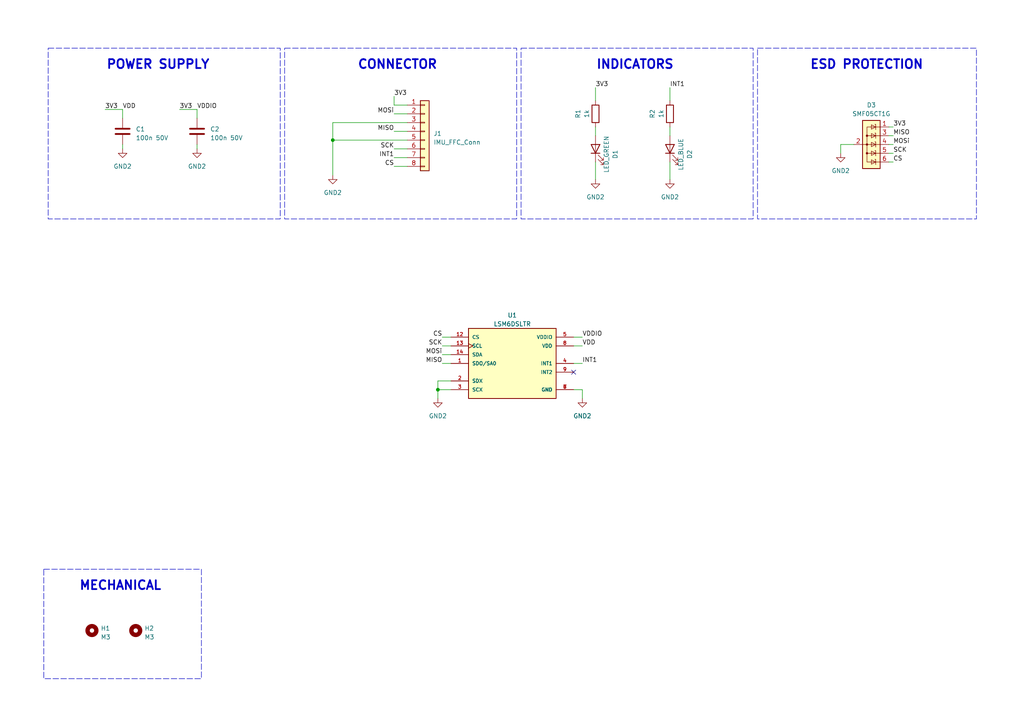
<source format=kicad_sch>
(kicad_sch (version 20230121) (generator eeschema)
  (paper "A4")
  (lib_symbols
    (symbol "Connector_Generic:Conn_01x08" (pin_names (offset 1.016) hide)
      (property "Reference" "J" (at 0 10.16 0))
      (property "Value" "Conn_01x08" (at 0 -12.7 0))
      (symbol "Conn_01x08_1_1"
        (rectangle (start -1.27 -10.033) (end 0 -10.287) (stroke (width 0.1524)))
        (rectangle (start -1.27 -7.493) (end 0 -7.747) (stroke (width 0.1524)))
        (rectangle (start -1.27 -4.953) (end 0 -5.207) (stroke (width 0.1524)))
        (rectangle (start -1.27 -2.413) (end 0 -2.667) (stroke (width 0.1524)))
        (rectangle (start -1.27 0.127) (end 0 -0.127) (stroke (width 0.1524)))
        (rectangle (start -1.27 2.667) (end 0 2.413) (stroke (width 0.1524)))
        (rectangle (start -1.27 5.207) (end 0 4.953) (stroke (width 0.1524)))
        (rectangle (start -1.27 7.747) (end 0 7.493) (stroke (width 0.1524)))
        (rectangle (start -1.27 8.89) (end 1.27 -11.43) (stroke (width 0.254)) (fill (type background)))
        (pin passive line (at -5.08 7.62 0) (length 3.81) (name "Pin_1") (number "1"))
        (pin passive line (at -5.08 5.08 0) (length 3.81) (name "Pin_2") (number "2"))
        (pin passive line (at -5.08 2.54 0) (length 3.81) (name "Pin_3") (number "3"))
        (pin passive line (at -5.08 0 0) (length 3.81) (name "Pin_4") (number "4"))
        (pin passive line (at -5.08 -2.54 0) (length 3.81) (name "Pin_5") (number "5"))
        (pin passive line (at -5.08 -5.08 0) (length 3.81) (name "Pin_6") (number "6"))
        (pin passive line (at -5.08 -7.62 0) (length 3.81) (name "Pin_7") (number "7"))
        (pin passive line (at -5.08 -10.16 0) (length 3.81) (name "Pin_8") (number "8"))
      )
    )
    (symbol "Device:C" (pin_numbers hide) (pin_names (offset 0.254))
      (property "Reference" "C" (at 0.635 2.54 0))
      (property "Value" "C" (at 0.635 -2.54 0))
      (symbol "C_0_1"
        (polyline (pts (xy -2.032 -0.762) (xy 2.032 -0.762)) (stroke (width 0.508)))
        (polyline (pts (xy -2.032 0.762) (xy 2.032 0.762)) (stroke (width 0.508)))
      )
      (symbol "C_1_1"
        (pin passive line (at 0 3.81 270) (length 2.794) (name "~") (number "1"))
        (pin passive line (at 0 -3.81 90) (length 2.794) (name "~") (number "2"))
      )
    )
    (symbol "Device:LED" (pin_numbers hide) (pin_names (offset 1.016) hide)
      (property "Reference" "D" (at 0 2.54 0))
      (property "Value" "LED" (at 0 -2.54 0))
      (symbol "LED_0_1"
        (polyline (pts (xy -1.27 -1.27) (xy -1.27 1.27)) (stroke (width 0.254)))
        (polyline (pts (xy -1.27 0) (xy 1.27 0)))
        (polyline (pts (xy 1.27 -1.27) (xy 1.27 1.27) (xy -1.27 0) (xy 1.27 -1.27)) (stroke (width 0.254)))
        (polyline (pts (xy -3.048 -0.762) (xy -4.572 -2.286) (xy -3.81 -2.286) (xy -4.572 -2.286) (xy -4.572 -1.524)))
        (polyline (pts (xy -1.778 -0.762) (xy -3.302 -2.286) (xy -2.54 -2.286) (xy -3.302 -2.286) (xy -3.302 -1.524)))
      )
      (symbol "LED_1_1"
        (pin passive line (at -3.81 0 0) (length 2.54) (name "K") (number "1"))
        (pin passive line (at 3.81 0 180) (length 2.54) (name "A") (number "2"))
      )
    )
    (symbol "Device:R" (pin_numbers hide) (pin_names (offset 0))
      (property "Reference" "R" (at 2.032 0 90))
      (property "Value" "R" (at 0 0 90))
      (symbol "R_0_1"
        (rectangle (start -1.016 -2.54) (end 1.016 2.54) (stroke (width 0.254)))
      )
      (symbol "R_1_1"
        (pin passive line (at 0 3.81 270) (length 1.27) (name "~") (number "1"))
        (pin passive line (at 0 -3.81 90) (length 1.27) (name "~") (number "2"))
      )
    )
    (symbol "LSM6DSLTR:LSM6DSLTR" (pin_names (offset 1.016))
      (property "Reference" "U" (at -12.7187 10.6837 0))
      (property "Value" "LSM6DSLTR" (at -12.7143 -12.7143 0))
      (symbol "LSM6DSLTR_0_0"
        (rectangle (start -12.7 -10.16) (end 12.7 10.16) (stroke (width 0.254)) (fill (type background)))
        (pin bidirectional line (at -17.78 0 0) (length 5.08) (name "SDO/SA0") (number "1"))
        (pin input line (at -17.78 7.62 0) (length 5.08) (name "CS") (number "12"))
        (pin input clock (at -17.78 5.08 0) (length 5.08) (name "SCL") (number "13"))
        (pin bidirectional line (at -17.78 2.54 0) (length 5.08) (name "SDA") (number "14"))
        (pin bidirectional line (at -17.78 -5.08 0) (length 5.08) (name "SDX") (number "2"))
        (pin bidirectional line (at -17.78 -7.62 0) (length 5.08) (name "SCX") (number "3"))
        (pin output line (at 17.78 0 180) (length 5.08) (name "INT1") (number "4"))
        (pin power_in line (at 17.78 7.62 180) (length 5.08) (name "VDDIO") (number "5"))
        (pin power_in line (at 17.78 -7.62 180) (length 5.08) (name "GND") (number "6"))
        (pin power_in line (at 17.78 -7.62 180) (length 5.08) (name "GND") (number "7"))
        (pin power_in line (at 17.78 5.08 180) (length 5.08) (name "VDD") (number "8"))
        (pin output line (at 17.78 -2.54 180) (length 5.08) (name "INT2") (number "9"))
      )
    )
    (symbol "Mechanical:MountingHole" (pin_names (offset 1.016))
      (property "Reference" "H" (at 0 5.08 0))
      (property "Value" "MountingHole" (at 0 3.175 0))
      (symbol "MountingHole_0_1"
        (circle (center 0 0) (radius 1.27) (stroke (width 1.27)))
      )
    )
    (symbol "Power_Protection:SP0505BAHT" (pin_names hide)
      (property "Reference" "D" (at 7.62 2.54 0))
      (property "Value" "SP0505BAHT" (at 7.62 0.635 0))
      (symbol "SP0505BAHT_0_0"
        (pin passive line (at 0 -5.08 90) (length 2.54) (name "A") (number "2"))
      )
      (symbol "SP0505BAHT_0_1"
        (rectangle (start -6.985 2.54) (end 6.985 -2.54) (stroke (width 0.254)) (fill (type background)))
        (circle (center -2.54 -1.27) (radius 0.254) (fill (type outline)))
        (circle (center 0 -1.27) (radius 0.254) (fill (type outline)))
        (polyline (pts (xy -5.08 2.54) (xy -5.08 1.27)))
        (polyline (pts (xy -2.54 2.54) (xy -2.54 1.27)))
        (polyline (pts (xy 0 -1.27) (xy 0 -2.54)))
        (polyline (pts (xy 0 -1.27) (xy 0 1.27)))
        (polyline (pts (xy 0 2.54) (xy 0 1.27)))
        (polyline (pts (xy 0.635 1.27) (xy 0.762 1.27)))
        (polyline (pts (xy 2.54 2.54) (xy 2.54 1.27)))
        (polyline (pts (xy 5.08 2.54) (xy 5.08 1.27)))
        (polyline (pts (xy -5.08 1.27) (xy -5.08 -1.27) (xy -2.54 -1.27)))
        (polyline (pts (xy 0.635 1.27) (xy -0.762 1.27) (xy -0.762 1.016)))
        (polyline (pts (xy 5.08 1.27) (xy 5.08 -1.27) (xy 2.54 -1.27)))
        (polyline (pts (xy -5.842 1.016) (xy -5.842 1.27) (xy -4.445 1.27) (xy -4.318 1.27)))
        (polyline (pts (xy -5.08 1.27) (xy -4.445 0) (xy -5.715 0) (xy -5.08 1.27)))
        (polyline (pts (xy -3.302 1.016) (xy -3.302 1.27) (xy -1.905 1.27) (xy -1.778 1.27)))
        (polyline (pts (xy -2.54 1.27) (xy -2.54 -1.27) (xy 2.54 -1.27) (xy 2.54 1.27)))
        (polyline (pts (xy -2.54 1.27) (xy -1.905 0) (xy -3.175 0) (xy -2.54 1.27)))
        (polyline (pts (xy 0.635 0) (xy -0.635 0) (xy 0 1.27) (xy 0.635 0)))
        (polyline (pts (xy 1.778 1.016) (xy 1.778 1.27) (xy 3.175 1.27) (xy 3.302 1.27)))
        (polyline (pts (xy 2.54 1.27) (xy 1.905 0) (xy 3.175 0) (xy 2.54 1.27)))
        (polyline (pts (xy 4.318 1.016) (xy 4.318 1.27) (xy 5.715 1.27) (xy 5.842 1.27)))
        (polyline (pts (xy 5.08 1.27) (xy 4.445 0) (xy 5.715 0) (xy 5.08 1.27)))
        (circle (center 2.54 -1.27) (radius 0.254) (fill (type outline)))
      )
      (symbol "SP0505BAHT_1_1"
        (pin passive line (at -5.08 5.08 270) (length 2.54) (name "K") (number "1"))
        (pin passive line (at -2.54 5.08 270) (length 2.54) (name "K") (number "3"))
        (pin passive line (at 0 5.08 270) (length 2.54) (name "K") (number "4"))
        (pin passive line (at 2.54 5.08 270) (length 2.54) (name "K") (number "5"))
        (pin passive line (at 5.08 5.08 270) (length 2.54) (name "K") (number "6"))
      )
    )
    (symbol "power:GND2" (power) (pin_names (offset 0))
      (property "Value" "GND2" (at 0 -3.81 0))
      (symbol "GND2_0_1"
        (polyline (pts (xy 0 0) (xy 0 -1.27) (xy 1.27 -1.27) (xy 0 -2.54) (xy -1.27 -1.27) (xy 0 -1.27)))
      )
      (symbol "GND2_1_1"
        (pin power_in line (at 0 0 270) (length 0) hide (name "GND2") (number "1"))
      )
    )
  )
  (junction (at 96.52 40.64))
  (junction (at 127 113.03))
  (no_connect (at 166.37 107.95))
  (wire (pts (xy 166.37 113.03) (xy 168.91 113.03)))
  (wire (pts (xy 114.3 30.48) (xy 118.11 30.48)))
  (wire (pts (xy 194.31 25.4) (xy 194.31 29.21)))
  (wire (pts (xy 35.56 31.75) (xy 35.56 34.29)))
  (wire (pts (xy 114.3 27.94) (xy 114.3 30.48)))
  (wire (pts (xy 168.91 105.41) (xy 166.37 105.41)))
  (wire (pts (xy 30.48 31.75) (xy 35.56 31.75)))
  (wire (pts (xy 128.27 100.33) (xy 130.81 100.33)))
  (wire (pts (xy 194.31 52.07) (xy 194.31 46.99)))
  (wire (pts (xy 259.08 41.91) (xy 257.81 41.91)))
  (wire (pts (xy 172.72 25.4) (xy 172.72 29.21)))
  (wire (pts (xy 96.52 40.64) (xy 96.52 50.8)))
  (wire (pts (xy 57.15 43.18) (xy 57.15 41.91)))
  (wire (pts (xy 259.08 44.45) (xy 257.81 44.45)))
  (wire (pts (xy 259.08 36.83) (xy 257.81 36.83)))
  (wire (pts (xy 96.52 35.56) (xy 96.52 40.64)))
  (wire (pts (xy 127 110.49) (xy 130.81 110.49)))
  (wire (pts (xy 114.3 43.18) (xy 118.11 43.18)))
  (wire (pts (xy 128.27 105.41) (xy 130.81 105.41)))
  (wire (pts (xy 172.72 52.07) (xy 172.72 46.99)))
  (wire (pts (xy 114.3 33.02) (xy 118.11 33.02)))
  (wire (pts (xy 259.08 46.99) (xy 257.81 46.99)))
  (wire (pts (xy 243.84 44.45) (xy 243.84 41.91)))
  (wire (pts (xy 127 115.57) (xy 127 113.03)))
  (wire (pts (xy 172.72 36.83) (xy 172.72 39.37)))
  (wire (pts (xy 127 113.03) (xy 127 110.49)))
  (wire (pts (xy 194.31 36.83) (xy 194.31 39.37)))
  (wire (pts (xy 168.91 97.79) (xy 166.37 97.79)))
  (wire (pts (xy 118.11 35.56) (xy 96.52 35.56)))
  (wire (pts (xy 257.81 39.37) (xy 259.08 39.37)))
  (wire (pts (xy 114.3 38.1) (xy 118.11 38.1)))
  (wire (pts (xy 127 113.03) (xy 130.81 113.03)))
  (wire (pts (xy 96.52 40.64) (xy 118.11 40.64)))
  (wire (pts (xy 128.27 102.87) (xy 130.81 102.87)))
  (wire (pts (xy 57.15 31.75) (xy 57.15 34.29)))
  (wire (pts (xy 114.3 48.26) (xy 118.11 48.26)))
  (wire (pts (xy 114.3 45.72) (xy 118.11 45.72)))
  (wire (pts (xy 52.07 31.75) (xy 57.15 31.75)))
  (wire (pts (xy 168.91 113.03) (xy 168.91 115.57)))
  (wire (pts (xy 243.84 41.91) (xy 247.65 41.91)))
  (wire (pts (xy 128.27 97.79) (xy 130.81 97.79)))
  (wire (pts (xy 35.56 43.18) (xy 35.56 41.91)))
  (wire (pts (xy 168.91 100.33) (xy 166.37 100.33)))
  (rectangle (start 219.71 13.97) (end 283.21 63.5) (stroke (width 0) (type dash)))
  (rectangle (start 82.55 13.97) (end 149.86 63.5) (stroke (width 0) (type dash)))
  (rectangle (start 151.13 13.97) (end 218.44 63.5) (stroke (width 0) (type dash)))
  (rectangle (start 12.7 165.1) (end 58.42 196.85) (stroke (width 0) (type dash)))
  (rectangle (start 13.97 13.97) (end 81.28 63.5) (stroke (width 0) (type dash)))
  (text "CONNECTOR" (at 127 20.32 0) (effects (font (size 2.5654 2.5654) (thickness 0.5131) bold) (justify right bottom)))
  (text "POWER SUPPLY" (at 60.96 20.32 0) (effects (font (size 2.5654 2.5654) (thickness 0.5131) bold) (justify right bottom)))
  (text "MECHANICAL" (at 46.99 171.45 0) (effects (font (size 2.5654 2.5654) (thickness 0.5131) bold) (justify right bottom)))
  (text "INDICATORS" (at 195.58 20.32 0) (effects (font (size 2.5654 2.5654) (thickness 0.5131) bold) (justify right bottom)))
  (text "ESD PROTECTION" (at 267.97 20.32 0) (effects (font (size 2.5654 2.5654) (thickness 0.5131) bold) (justify right bottom)))
  (label "MISO" (at 114.3 38.1 180))
  (label "SCK" (at 259.08 44.45 0))
  (label "VDD" (at 168.91 100.33 0))
  (label "INT1" (at 194.31 25.4 0))
  (label "CS" (at 259.08 46.99 0))
  (label "MISO" (at 128.27 105.41 180))
  (label "INT1" (at 168.91 105.41 0))
  (label "MOSi" (at 128.27 102.87 180))
  (label "INT1" (at 114.3 45.72 180))
  (label "MOSi" (at 259.08 41.91 0))
  (label "CS" (at 128.27 97.79 180))
  (label "VDDIO" (at 168.91 97.79 0))
  (label "MOSi" (at 114.3 33.02 180))
  (label "3V3" (at 172.72 25.4 0))
  (label "3V3" (at 52.07 31.75 0))
  (label "SCK" (at 128.27 100.33 180))
  (label "3V3" (at 114.3 27.94 0))
  (label "VDD" (at 35.56 31.75 0))
  (label "SCK" (at 114.3 43.18 180))
  (label "CS" (at 114.3 48.26 180))
  (label "3V3" (at 259.08 36.83 0))
  (label "3V3" (at 30.48 31.75 0))
  (label "VDDIO" (at 57.15 31.75 0))
  (label "MISO" (at 259.08 39.37 0))
  (symbol (lib_id "power:GND2") (at 168.91 115.57 0) (unit 1)
    (property "Reference" "#PWR05" (effects hide))
    (property "Value" "GND2" (at 168.91 120.65 0))
  )
  (symbol (lib_id "LSM6DSLTR:LSM6DSLTR") (at 148.59 105.41 0) (unit 1)
    (property "Reference" "U1" (at 148.59 91.44 0))
    (property "Value" "LSM6DSLTR" (at 148.59 93.98 0))
    (property "Footprint" "PQFN50P300X250X86-14N" (effects hide))
    (property "SNAPEDA_PACKAGE_ID" "6233" (effects hide))
    (property "PARTREV" "7" (effects hide))
    (property "STANDARD" "IPC-7351B" (effects hide))
    (property "MANUFACTURER" "ST Microelectronics" (effects hide))
    (property "LCSC" "C967633" (effects hide))
  )
  (symbol (lib_id "power:GND2") (at 96.52 50.8 0) (unit 1)
    (property "Reference" "#PWR03" (effects hide))
    (property "Value" "GND2" (at 96.52 55.88 0))
  )
  (symbol (lib_id "Mechanical:MountingHole") (at 26.67 182.88 0) (unit 1)
    (property "Reference" "H1" (at 29.21 182.245 0) (effects (justify left)))
    (property "Value" "M3" (at 29.21 184.785 0) (effects (justify left)))
    (property "Footprint" "MountingHole:MountingHole_3.2mm_M3_Pad_TopBottom" (effects hide))
  )
  (symbol (lib_id "Device:LED") (at 194.31 43.18 90) (unit 1)
    (property "Reference" "D2" (at 200.025 44.7675 0))
    (property "Value" "LED_BLUE" (at 197.485 44.7675 0))
    (property "Footprint" "LED_SMD:LED_0603_1608Metric" (effects hide))
    (property "LCSC" "C72041" (effects hide))
  )
  (symbol (lib_id "power:GND2") (at 57.15 43.18 0) (unit 1)
    (property "Reference" "#PWR02" (effects hide))
    (property "Value" "GND2" (at 57.15 48.26 0))
  )
  (symbol (lib_id "Device:R") (at 194.31 33.02 180) (unit 1)
    (property "Reference" "R2" (at 189.23 33.02 90))
    (property "Value" "1k" (at 191.77 33.02 90))
    (property "Footprint" "Resistor_SMD:R_0402_1005Metric" (effects hide))
    (property "LCSC" "C11702" (effects hide))
  )
  (symbol (lib_id "Device:C") (at 35.56 38.1 0) (unit 1)
    (property "Reference" "C1" (at 39.37 37.465 0) (effects (justify left)))
    (property "Value" "100n 50V" (at 39.37 40.005 0) (effects (justify left)))
    (property "Footprint" "Capacitor_SMD:C_01005_0402Metric" (effects hide))
    (property "LCSC" "C307331" (effects hide))
  )
  (symbol (lib_id "Connector_Generic:Conn_01x08") (at 123.19 38.1 0) (unit 1)
    (property "Reference" "J1" (at 125.73 38.735 0) (effects (justify left)))
    (property "Value" "IMU_FFC_Conn" (at 125.73 41.275 0) (effects (justify left)))
    (property "Footprint" "Connector_FFC-FPC:Hirose_FH12-8S-0.5SH_1x08-1MP_P0.50mm_Horizontal" (effects hide))
    (property "LCSC" "C283141" (effects hide))
  )
  (symbol (lib_id "Device:C") (at 57.15 38.1 0) (unit 1)
    (property "Reference" "C2" (at 60.96 37.465 0) (effects (justify left)))
    (property "Value" "100n 50V" (at 60.96 40.005 0) (effects (justify left)))
    (property "Footprint" "Capacitor_SMD:C_01005_0402Metric" (effects hide))
    (property "LCSC" "C307331" (effects hide))
  )
  (symbol (lib_id "power:GND2") (at 35.56 43.18 0) (unit 1)
    (property "Reference" "#PWR01" (effects hide))
    (property "Value" "GND2" (at 35.56 48.26 0))
  )
  (symbol (lib_id "power:GND2") (at 127 115.57 0) (unit 1)
    (property "Reference" "#PWR04" (effects hide))
    (property "Value" "GND2" (at 127 120.65 0))
  )
  (symbol (lib_id "Mechanical:MountingHole") (at 39.37 182.88 0) (unit 1)
    (property "Reference" "H2" (at 41.91 182.245 0) (effects (justify left)))
    (property "Value" "M3" (at 41.91 184.785 0) (effects (justify left)))
    (property "Footprint" "MountingHole:MountingHole_3.2mm_M3_Pad_TopBottom" (effects hide))
  )
  (symbol (lib_id "Device:R") (at 172.72 33.02 180) (unit 1)
    (property "Reference" "R1" (at 167.64 33.02 90))
    (property "Value" "1k" (at 170.18 33.02 90))
    (property "Footprint" "Resistor_SMD:R_0402_1005Metric" (effects hide))
    (property "LCSC" "C11702" (effects hide))
  )
  (symbol (lib_id "power:GND2") (at 243.84 44.45 0) (unit 1)
    (property "Reference" "#PWR08" (effects hide))
    (property "Value" "GND2" (at 243.84 49.53 0))
  )
  (symbol (lib_id "power:GND2") (at 172.72 52.07 0) (unit 1)
    (property "Reference" "#PWR06" (effects hide))
    (property "Value" "GND2" (at 172.72 57.15 0))
  )
  (symbol (lib_id "power:GND2") (at 194.31 52.07 0) (unit 1)
    (property "Reference" "#PWR07" (effects hide))
    (property "Value" "GND2" (at 194.31 57.15 0))
  )
  (symbol (lib_id "Power_Protection:SP0505BAHT") (at 252.73 41.91 270) (unit 1)
    (property "Reference" "D3" (at 252.73 30.48 90))
    (property "Value" "SMF05CT1G" (at 252.73 33.02 90))
    (property "Footprint" "Package_TO_SOT_SMD:SOT-23-6" (effects hide))
    (property "Datasheet" "http://www.littelfuse.com/~/media/files/littelfuse/technical%20resources/documents/data%20sheets/sp05xxba.pdf" (effects hide))
    (property "LCSC" "C15879" (effects hide))
  )
  (symbol (lib_id "Device:LED") (at 172.72 43.18 90) (unit 1)
    (property "Reference" "D1" (at 178.435 44.7675 0))
    (property "Value" "LED_GREEN" (at 175.895 44.7675 0))
    (property "Footprint" "LED_SMD:LED_0603_1608Metric" (effects hide))
    (property "LCSC" "C72043" (effects hide))
  )
)
</source>
